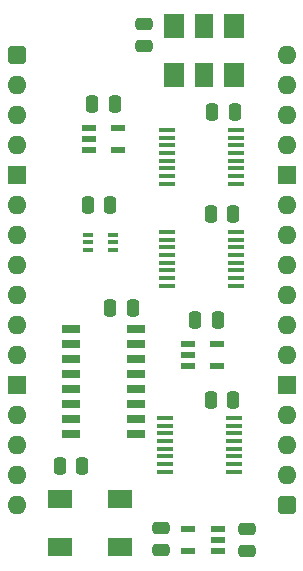
<source format=gts>
%TF.GenerationSoftware,KiCad,Pcbnew,8.0.7*%
%TF.CreationDate,2025-01-30T11:15:06+02:00*%
%TF.ProjectId,Audio Clock,41756469-6f20-4436-9c6f-636b2e6b6963,V0*%
%TF.SameCoordinates,Original*%
%TF.FileFunction,Soldermask,Top*%
%TF.FilePolarity,Negative*%
%FSLAX46Y46*%
G04 Gerber Fmt 4.6, Leading zero omitted, Abs format (unit mm)*
G04 Created by KiCad (PCBNEW 8.0.7) date 2025-01-30 11:15:06*
%MOMM*%
%LPD*%
G01*
G04 APERTURE LIST*
G04 Aperture macros list*
%AMRoundRect*
0 Rectangle with rounded corners*
0 $1 Rounding radius*
0 $2 $3 $4 $5 $6 $7 $8 $9 X,Y pos of 4 corners*
0 Add a 4 corners polygon primitive as box body*
4,1,4,$2,$3,$4,$5,$6,$7,$8,$9,$2,$3,0*
0 Add four circle primitives for the rounded corners*
1,1,$1+$1,$2,$3*
1,1,$1+$1,$4,$5*
1,1,$1+$1,$6,$7*
1,1,$1+$1,$8,$9*
0 Add four rect primitives between the rounded corners*
20,1,$1+$1,$2,$3,$4,$5,0*
20,1,$1+$1,$4,$5,$6,$7,0*
20,1,$1+$1,$6,$7,$8,$9,0*
20,1,$1+$1,$8,$9,$2,$3,0*%
G04 Aperture macros list end*
%ADD10R,0.875000X0.450000*%
%ADD11R,1.450000X0.450000*%
%ADD12RoundRect,0.250000X0.250000X0.475000X-0.250000X0.475000X-0.250000X-0.475000X0.250000X-0.475000X0*%
%ADD13RoundRect,0.250000X0.475000X-0.250000X0.475000X0.250000X-0.475000X0.250000X-0.475000X-0.250000X0*%
%ADD14R,2.000000X1.500000*%
%ADD15R,1.250000X0.600000*%
%ADD16RoundRect,0.250000X-0.250000X-0.475000X0.250000X-0.475000X0.250000X0.475000X-0.250000X0.475000X0*%
%ADD17R,1.800000X2.000000*%
%ADD18R,1.600000X2.000000*%
%ADD19R,1.550000X0.650000*%
%ADD20RoundRect,0.250000X-0.475000X0.250000X-0.475000X-0.250000X0.475000X-0.250000X0.475000X0.250000X0*%
%ADD21R,1.150000X0.600000*%
%ADD22RoundRect,0.400000X-0.400000X-0.400000X0.400000X-0.400000X0.400000X0.400000X-0.400000X0.400000X0*%
%ADD23O,1.600000X1.600000*%
%ADD24R,1.600000X1.600000*%
G04 APERTURE END LIST*
D10*
%TO.C,IC8*%
X6050000Y-15225000D03*
X6050000Y-15875000D03*
X6050000Y-16525000D03*
X8174000Y-16525000D03*
X8174000Y-15875000D03*
X8174000Y-15225000D03*
%TD*%
D11*
%TO.C,IC4*%
X12696000Y-14997000D03*
X12696000Y-15647000D03*
X12696000Y-16297000D03*
X12696000Y-16947000D03*
X12696000Y-17597000D03*
X12696000Y-18247000D03*
X12696000Y-18897000D03*
X12696000Y-19547000D03*
X18546000Y-19547000D03*
X18546000Y-18897000D03*
X18546000Y-18247000D03*
X18546000Y-17597000D03*
X18546000Y-16947000D03*
X18546000Y-16297000D03*
X18546000Y-15647000D03*
X18546000Y-14997000D03*
%TD*%
D12*
%TO.C,C11*%
X9824000Y-21463000D03*
X7924000Y-21463000D03*
%TD*%
%TO.C,C5*%
X7919000Y-12700000D03*
X6019000Y-12700000D03*
%TD*%
D13*
%TO.C,C8*%
X19486400Y-42041400D03*
X19486400Y-40141400D03*
%TD*%
D14*
%TO.C,Y1*%
X3683000Y-41624000D03*
X8763000Y-41624000D03*
X8763000Y-37624000D03*
X3683000Y-37624000D03*
%TD*%
D12*
%TO.C,C4*%
X18333000Y-29210000D03*
X16433000Y-29210000D03*
%TD*%
D15*
%TO.C,IC3*%
X6116000Y-6162000D03*
X6116000Y-7112000D03*
X6116000Y-8062000D03*
X8616000Y-8062000D03*
X8616000Y-6162000D03*
%TD*%
D11*
%TO.C,IC2*%
X12569000Y-30745000D03*
X12569000Y-31395000D03*
X12569000Y-32045000D03*
X12569000Y-32695000D03*
X12569000Y-33345000D03*
X12569000Y-33995000D03*
X12569000Y-34645000D03*
X12569000Y-35295000D03*
X18419000Y-35295000D03*
X18419000Y-34645000D03*
X18419000Y-33995000D03*
X18419000Y-33345000D03*
X18419000Y-32695000D03*
X18419000Y-32045000D03*
X18419000Y-31395000D03*
X18419000Y-30745000D03*
%TD*%
D15*
%TO.C,IC9*%
X14498000Y-24450000D03*
X14498000Y-25400000D03*
X14498000Y-26350000D03*
X16998000Y-26350000D03*
X16998000Y-24450000D03*
%TD*%
D16*
%TO.C,C3*%
X3638000Y-34798000D03*
X5538000Y-34798000D03*
%TD*%
D12*
%TO.C,C2*%
X17018000Y-22479000D03*
X15118000Y-22479000D03*
%TD*%
D11*
%TO.C,IC6*%
X12696000Y-6361000D03*
X12696000Y-7011000D03*
X12696000Y-7661000D03*
X12696000Y-8311000D03*
X12696000Y-8961000D03*
X12696000Y-9611000D03*
X12696000Y-10261000D03*
X12696000Y-10911000D03*
X18546000Y-10911000D03*
X18546000Y-10261000D03*
X18546000Y-9611000D03*
X18546000Y-8961000D03*
X18546000Y-8311000D03*
X18546000Y-7661000D03*
X18546000Y-7011000D03*
X18546000Y-6361000D03*
%TD*%
D13*
%TO.C,C10*%
X10795000Y717000D03*
X10795000Y2617000D03*
%TD*%
D17*
%TO.C,Y2*%
X18415000Y2481000D03*
D18*
X15875000Y2481000D03*
D17*
X13335000Y2481000D03*
X13335000Y-1719000D03*
D18*
X15875000Y-1719000D03*
D17*
X18415000Y-1719000D03*
%TD*%
D19*
%TO.C,IC1*%
X4641000Y-23241000D03*
X4641000Y-24511000D03*
X4641000Y-25781000D03*
X4641000Y-27051000D03*
X4641000Y-28321000D03*
X4641000Y-29591000D03*
X4641000Y-30861000D03*
X4641000Y-32131000D03*
X10091000Y-32131000D03*
X10091000Y-30861000D03*
X10091000Y-29591000D03*
X10091000Y-28321000D03*
X10091000Y-27051000D03*
X10091000Y-25781000D03*
X10091000Y-24511000D03*
X10091000Y-23241000D03*
%TD*%
D12*
%TO.C,C7*%
X18460000Y-4826000D03*
X16560000Y-4826000D03*
%TD*%
%TO.C,C1*%
X18333000Y-13462000D03*
X16433000Y-13462000D03*
%TD*%
%TO.C,C6*%
X8300000Y-4191000D03*
X6400000Y-4191000D03*
%TD*%
D20*
%TO.C,C9*%
X12222000Y-40021000D03*
X12222000Y-41921000D03*
%TD*%
D21*
%TO.C,IC5*%
X17078000Y-42032000D03*
X17078000Y-41082000D03*
X17078000Y-40132000D03*
X14478000Y-40132000D03*
X14478000Y-42032000D03*
%TD*%
D22*
%TO.C,J2*%
X0Y0D03*
D23*
X0Y-2540000D03*
X0Y-5080000D03*
X0Y-7620000D03*
D24*
X0Y-10160000D03*
D23*
X0Y-12700000D03*
X0Y-15240000D03*
X0Y-17780000D03*
X0Y-20320000D03*
X0Y-22860000D03*
X0Y-25400000D03*
D24*
X0Y-27940000D03*
D23*
X0Y-30480000D03*
X0Y-33020000D03*
X0Y-35560000D03*
X0Y-38100000D03*
D22*
X22860000Y-38100000D03*
D23*
X22860000Y-35560000D03*
X22860000Y-33020000D03*
X22860000Y-30480000D03*
D24*
X22860000Y-27940000D03*
D23*
X22860000Y-25400000D03*
X22860000Y-22860000D03*
X22860000Y-20320000D03*
X22860000Y-17780000D03*
X22860000Y-15240000D03*
X22860000Y-12700000D03*
D24*
X22860000Y-10160000D03*
D23*
X22860000Y-7620000D03*
X22860000Y-5080000D03*
X22860000Y-2540000D03*
X22860000Y0D03*
%TD*%
M02*

</source>
